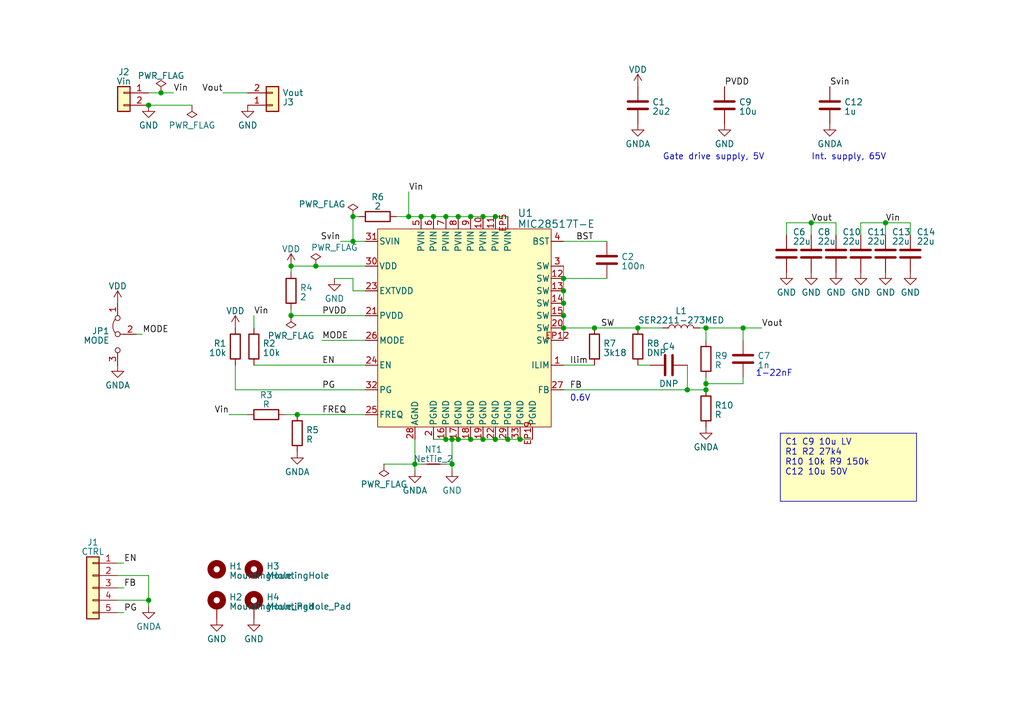
<source format=kicad_sch>
(kicad_sch (version 20230121) (generator eeschema)
  (paper "A5")
  (title_block (title "HV Buck") (date "2023-09-26") (rev "A") (company "Xavier Bourlot"))
  (lib_symbols
    (symbol "Connector_Generic:Conn_01x02" (pin_names (offset 1.016) hide)
      (property "Reference" "J" (at 0 2.54 0))
      (property "Value" "Conn_01x02" (at 0 -5.08 0))
      (symbol "Conn_01x02_1_1"
        (rectangle (start -1.27 -2.413) (end 0 -2.667) (stroke (width 0.1524)))
        (rectangle (start -1.27 0.127) (end 0 -0.127) (stroke (width 0.1524)))
        (rectangle (start -1.27 1.27) (end 1.27 -3.81) (stroke (width 0.254)) (fill (type background)))
        (pin passive line (at -5.08 0 0) (length 3.81) (name "Pin_1") (number "1"))
        (pin passive line (at -5.08 -2.54 0) (length 3.81) (name "Pin_2") (number "2"))
      )
    )
    (symbol "Connector_Generic:Conn_01x05" (pin_names (offset 1.016) hide)
      (property "Reference" "J" (at 0 7.62 0))
      (property "Value" "Conn_01x05" (at 0 -7.62 0))
      (symbol "Conn_01x05_1_1"
        (rectangle (start -1.27 -4.953) (end 0 -5.207) (stroke (width 0.1524)))
        (rectangle (start -1.27 -2.413) (end 0 -2.667) (stroke (width 0.1524)))
        (rectangle (start -1.27 0.127) (end 0 -0.127) (stroke (width 0.1524)))
        (rectangle (start -1.27 2.667) (end 0 2.413) (stroke (width 0.1524)))
        (rectangle (start -1.27 5.207) (end 0 4.953) (stroke (width 0.1524)))
        (rectangle (start -1.27 6.35) (end 1.27 -6.35) (stroke (width 0.254)) (fill (type background)))
        (pin passive line (at -5.08 5.08 0) (length 3.81) (name "Pin_1") (number "1"))
        (pin passive line (at -5.08 2.54 0) (length 3.81) (name "Pin_2") (number "2"))
        (pin passive line (at -5.08 0 0) (length 3.81) (name "Pin_3") (number "3"))
        (pin passive line (at -5.08 -2.54 0) (length 3.81) (name "Pin_4") (number "4"))
        (pin passive line (at -5.08 -5.08 0) (length 3.81) (name "Pin_5") (number "5"))
      )
    )
    (symbol "Device:C" (pin_numbers hide) (pin_names (offset 0.254))
      (property "Reference" "C" (at 0.635 2.54 0))
      (property "Value" "C" (at 0.635 -2.54 0))
      (symbol "C_0_1"
        (polyline (pts (xy -2.032 -0.762) (xy 2.032 -0.762)) (stroke (width 0.508)))
        (polyline (pts (xy -2.032 0.762) (xy 2.032 0.762)) (stroke (width 0.508)))
      )
      (symbol "C_1_1"
        (pin passive line (at 0 3.81 270) (length 2.794) (name "~") (number "1"))
        (pin passive line (at 0 -3.81 90) (length 2.794) (name "~") (number "2"))
      )
    )
    (symbol "Device:L" (pin_numbers hide) (pin_names (offset 1.016) hide)
      (property "Reference" "L" (at -1.27 0 90))
      (property "Value" "L" (at 1.905 0 90))
      (symbol "L_0_1"
        (arc (start 0 -2.54) (mid 0.6323 -1.905) (end 0 -1.27))
        (arc (start 0 -1.27) (mid 0.6323 -0.635) (end 0 0))
        (arc (start 0 0) (mid 0.6323 0.635) (end 0 1.27))
        (arc (start 0 1.27) (mid 0.6323 1.905) (end 0 2.54))
      )
      (symbol "L_1_1"
        (pin passive line (at 0 3.81 270) (length 1.27) (name "1") (number "1"))
        (pin passive line (at 0 -3.81 90) (length 1.27) (name "2") (number "2"))
      )
    )
    (symbol "Device:NetTie_2" (pin_numbers hide) (pin_names (offset 0) hide) (in_bom no)
      (property "Reference" "NT" (at 0 1.27 0))
      (property "Value" "NetTie_2" (at 0 -1.27 0))
      (symbol "NetTie_2_0_1"
        (polyline (pts (xy -1.27 0) (xy 1.27 0)) (stroke (width 0.254)))
      )
      (symbol "NetTie_2_1_1"
        (pin passive line (at -2.54 0 0) (length 2.54) (name "1") (number "1"))
        (pin passive line (at 2.54 0 180) (length 2.54) (name "2") (number "2"))
      )
    )
    (symbol "Device:R" (pin_numbers hide) (pin_names (offset 0))
      (property "Reference" "R" (at 2.032 0 90))
      (property "Value" "R" (at 0 0 90))
      (symbol "R_0_1"
        (rectangle (start -1.016 -2.54) (end 1.016 2.54) (stroke (width 0.254)))
      )
      (symbol "R_1_1"
        (pin passive line (at 0 3.81 270) (length 1.27) (name "~") (number "1"))
        (pin passive line (at 0 -3.81 90) (length 1.27) (name "~") (number "2"))
      )
    )
    (symbol "Jumper:Jumper_3_Bridged12" (pin_names (offset 0) hide)
      (property "Reference" "JP" (at -2.54 -2.54 0))
      (property "Value" "Jumper_3_Bridged12" (at 0 2.794 0))
      (symbol "Jumper_3_Bridged12_0_0"
        (circle (center -3.302 0) (radius 0.508))
        (circle (center 0 0) (radius 0.508))
        (circle (center 3.302 0) (radius 0.508))
      )
      (symbol "Jumper_3_Bridged12_0_1"
        (arc (start -0.254 0.508) (mid -1.651 0.9912) (end -3.048 0.508))
        (polyline (pts (xy 0 -1.27) (xy 0 -0.508)))
      )
      (symbol "Jumper_3_Bridged12_1_1"
        (pin passive line (at -6.35 0 0) (length 2.54) (name "A") (number "1"))
        (pin passive line (at 0 -3.81 90) (length 2.54) (name "C") (number "2"))
        (pin passive line (at 6.35 0 180) (length 2.54) (name "B") (number "3"))
      )
    )
    (symbol "Mechanical:MountingHole" (pin_names (offset 1.016))
      (property "Reference" "H" (at 0 5.08 0))
      (property "Value" "MountingHole" (at 0 3.175 0))
      (symbol "MountingHole_0_1"
        (circle (center 0 0) (radius 1.27) (stroke (width 1.27)))
      )
    )
    (symbol "Mechanical:MountingHole_Pad" (pin_numbers hide) (pin_names (offset 1.016) hide)
      (property "Reference" "H" (at 0 6.35 0))
      (property "Value" "MountingHole_Pad" (at 0 4.445 0))
      (symbol "MountingHole_Pad_0_1"
        (circle (center 0 1.27) (radius 1.27) (stroke (width 1.27)))
      )
      (symbol "MountingHole_Pad_1_1"
        (pin input line (at 0 -2.54 90) (length 2.54) (name "1") (number "1"))
      )
    )
    (symbol "_MYLIBRARY:MIC28517T-E" (pin_names (offset 0.254))
      (property "Reference" "U" (at -1.27 13.97 0))
      (property "Value" "MIC28517T-E" (at -1.27 11.43 0))
      (symbol "MIC28517T-E_0_1"
        (pin input line (at 20.32 -5.08 180) (length 2.54) (name "ILIM") (number "1"))
        (pin power_in line (at 3.81 25.4 270) (length 2.54) (name "PVIN") (number "10"))
        (pin power_in line (at 6.35 25.4 270) (length 2.54) (name "PVIN") (number "11"))
        (pin passive line (at 20.32 12.7 180) (length 2.54) (name "SW") (number "12"))
        (pin passive line (at 20.32 10.16 180) (length 2.54) (name "SW") (number "13"))
        (pin passive line (at 20.32 7.62 180) (length 2.54) (name "SW") (number "14"))
        (pin passive line (at 20.32 5.08 180) (length 2.54) (name "SW") (number "15"))
        (pin power_in line (at -3.81 -20.32 90) (length 2.54) (name "PGND") (number "16"))
        (pin power_in line (at -1.27 -20.32 90) (length 2.54) (name "PGND") (number "17"))
        (pin power_in line (at 1.27 -20.32 90) (length 2.54) (name "PGND") (number "18"))
        (pin power_in line (at 3.81 -20.32 90) (length 2.54) (name "PGND") (number "19"))
        (pin power_in line (at -6.35 -20.32 90) (length 2.54) (name "PGND") (number "2"))
        (pin passive line (at 20.32 2.54 180) (length 2.54) (name "SW") (number "20"))
        (pin power_in line (at -20.32 5.08 0) (length 2.54) (name "PVDD") (number "21"))
        (pin power_in line (at 6.35 -20.32 90) (length 2.54) (name "PGND") (number "22"))
        (pin power_in line (at -20.32 10.16 0) (length 2.54) (name "EXTVDD") (number "23"))
        (pin input line (at -20.32 -5.08 0) (length 2.54) (name "EN") (number "24"))
        (pin input line (at -20.32 -15.24 0) (length 2.54) (name "FREQ") (number "25"))
        (pin input line (at -20.32 0 0) (length 2.54) (name "MODE") (number "26"))
        (pin input line (at 20.32 -10.16 180) (length 2.54) (name "FB") (number "27"))
        (pin power_in line (at -10.16 -20.32 90) (length 2.54) (name "AGND") (number "28"))
        (pin power_in line (at 8.89 -20.32 90) (length 2.54) (name "PGND") (number "29"))
        (pin passive line (at 20.32 15.24 180) (length 2.54) (name "SW") (number "3"))
        (pin power_in line (at -20.32 20.32 0) (length 2.54) (name "SVIN") (number "31"))
        (pin output line (at -20.32 -10.16 0) (length 2.54) (name "PG") (number "32"))
        (pin power_in line (at 11.43 -20.32 90) (length 2.54) (name "PGND") (number "33"))
        (pin output line (at 20.32 20.32 180) (length 2.54) (name "BST") (number "4"))
        (pin power_in line (at -8.89 25.4 270) (length 2.54) (name "PVIN") (number "5"))
        (pin power_in line (at -6.35 25.4 270) (length 2.54) (name "PVIN") (number "6"))
        (pin power_in line (at -3.81 25.4 270) (length 2.54) (name "PVIN") (number "7"))
        (pin power_in line (at -1.27 25.4 270) (length 2.54) (name "PVIN") (number "8"))
        (pin power_in line (at 1.27 25.4 270) (length 2.54) (name "PVIN") (number "9"))
        (pin passive line (at 20.32 0 180) (length 2.54) (name "SW") (number "EP12"))
        (pin power_in line (at 13.97 -20.32 90) (length 2.54) (name "PGND") (number "EP19"))
        (pin power_in line (at 8.89 25.4 270) (length 2.54) (name "PVIN") (number "EP5"))
      )
      (symbol "MIC28517T-E_1_1"
        (rectangle (start -17.78 22.86) (end 17.78 -17.78) (fill (type background)))
        (pin power_in line (at -20.32 15.24 0) (length 2.54) (name "VDD") (number "30"))
      )
    )
    (symbol "power:GND" (power) (pin_names (offset 0))
      (property "Value" "GND" (at 0 -3.81 0))
      (symbol "GND_0_1"
        (polyline (pts (xy 0 0) (xy 0 -1.27) (xy 1.27 -1.27) (xy 0 -2.54) (xy -1.27 -1.27) (xy 0 -1.27)))
      )
      (symbol "GND_1_1"
        (pin power_in line (at 0 0 270) (length 0) hide (name "GND") (number "1"))
      )
    )
    (symbol "power:GNDA" (power) (pin_names (offset 0))
      (property "Value" "GNDA" (at 0 -3.81 0))
      (symbol "GNDA_0_1"
        (polyline (pts (xy 0 0) (xy 0 -1.27) (xy 1.27 -1.27) (xy 0 -2.54) (xy -1.27 -1.27) (xy 0 -1.27)))
      )
      (symbol "GNDA_1_1"
        (pin power_in line (at 0 0 270) (length 0) hide (name "GNDA") (number "1"))
      )
    )
    (symbol "power:PWR_FLAG" (power) (pin_numbers hide) (pin_names (offset 0) hide)
      (property "Value" "PWR_FLAG" (at 0 3.81 0))
      (symbol "PWR_FLAG_0_0"
        (pin power_out line (at 0 0 90) (length 0) (name "pwr") (number "1"))
      )
      (symbol "PWR_FLAG_0_1"
        (polyline (pts (xy 0 0) (xy 0 1.27) (xy -1.016 1.905) (xy 0 2.54) (xy 1.016 1.905) (xy 0 1.27)))
      )
    )
    (symbol "power:VDD" (power) (pin_names (offset 0))
      (property "Value" "VDD" (at 0 3.81 0))
      (symbol "VDD_0_1"
        (polyline (pts (xy -0.762 1.27) (xy 0 2.54)))
        (polyline (pts (xy 0 0) (xy 0 2.54)))
        (polyline (pts (xy 0 2.54) (xy 0.762 1.27)))
      )
      (symbol "VDD_1_1"
        (pin power_in line (at 0 0 90) (length 0) hide (name "VDD") (number "1"))
      )
    )
  )
  (junction (at 33.02 19.05))
  (junction (at 99.06 44.45))
  (junction (at 115.57 67.31))
  (junction (at 106.68 90.17))
  (junction (at 140.97 80.01))
  (junction (at 86.36 44.45))
  (junction (at 121.92 67.31))
  (junction (at 60.96 85.09))
  (junction (at 144.78 80.01))
  (junction (at 130.81 67.31))
  (junction (at 93.98 44.45))
  (junction (at 88.9 44.45))
  (junction (at 115.57 64.77))
  (junction (at 115.57 59.69))
  (junction (at 91.44 90.17))
  (junction (at 144.78 78.74))
  (junction (at 96.52 90.17))
  (junction (at 59.69 54.61))
  (junction (at 115.57 62.23))
  (junction (at 85.09 95.25))
  (junction (at 30.48 21.59))
  (junction (at 91.44 44.45))
  (junction (at 59.69 64.77))
  (junction (at 101.6 90.17))
  (junction (at 92.71 95.25))
  (junction (at 64.77 54.61))
  (junction (at 104.14 90.17))
  (junction (at 72.39 49.53))
  (junction (at 92.71 90.17))
  (junction (at 30.48 123.19))
  (junction (at 144.78 67.31))
  (junction (at 181.61 45.72))
  (junction (at 99.06 90.17))
  (junction (at 152.4 67.31))
  (junction (at 101.6 44.45))
  (junction (at 72.39 44.45))
  (junction (at 96.52 44.45))
  (junction (at 115.57 57.15))
  (junction (at 83.82 44.45))
  (junction (at 93.98 90.17))
  (junction (at 166.37 45.72))
  (wire (pts (xy 91.44 95.25) (xy 92.71 95.25)))
  (wire (pts (xy 24.13 118.11) (xy 30.48 118.11)))
  (wire (pts (xy 115.57 67.31) (xy 115.57 69.85)))
  (wire (pts (xy 85.09 95.25) (xy 86.36 95.25)))
  (wire (pts (xy 72.39 59.69) (xy 74.93 59.69)))
  (wire (pts (xy 130.81 74.93) (xy 133.35 74.93)))
  (wire (pts (xy 144.78 67.31) (xy 152.4 67.31)))
  (wire (pts (xy 156.21 67.31) (xy 152.4 67.31)))
  (wire (pts (xy 176.53 45.72) (xy 181.61 45.72)))
  (wire (pts (xy 85.09 95.25) (xy 85.09 90.17)))
  (wire (pts (xy 59.69 55.88) (xy 59.69 54.61)))
  (wire (pts (xy 144.78 69.85) (xy 144.78 67.31)))
  (wire (pts (xy 88.9 90.17) (xy 91.44 90.17)))
  (wire (pts (xy 50.8 19.05) (xy 45.72 19.05)))
  (wire (pts (xy 60.96 85.09) (xy 74.93 85.09)))
  (wire (pts (xy 99.06 44.45) (xy 101.6 44.45)))
  (wire (pts (xy 30.48 19.05) (xy 33.02 19.05)))
  (wire (pts (xy 96.52 44.45) (xy 99.06 44.45)))
  (wire (pts (xy 30.48 21.59) (xy 39.37 21.59)))
  (wire (pts (xy 30.48 118.11) (xy 30.48 123.19)))
  (wire (pts (xy 83.82 44.45) (xy 83.82 39.37)))
  (wire (pts (xy 91.44 44.45) (xy 93.98 44.45)))
  (wire (pts (xy 72.39 49.53) (xy 74.93 49.53)))
  (wire (pts (xy 52.07 74.93) (xy 74.93 74.93)))
  (wire (pts (xy 33.02 19.05) (xy 35.56 19.05)))
  (wire (pts (xy 29.21 68.58) (xy 27.94 68.58)))
  (wire (pts (xy 24.13 115.57) (xy 25.4 115.57)))
  (wire (pts (xy 115.57 62.23) (xy 115.57 64.77)))
  (wire (pts (xy 186.69 45.72) (xy 186.69 48.26)))
  (wire (pts (xy 52.07 64.77) (xy 52.07 67.31)))
  (wire (pts (xy 115.57 59.69) (xy 115.57 62.23)))
  (wire (pts (xy 115.57 64.77) (xy 115.57 67.31)))
  (wire (pts (xy 144.78 80.01) (xy 144.78 78.74)))
  (wire (pts (xy 166.37 45.72) (xy 166.37 48.26)))
  (wire (pts (xy 152.4 78.74) (xy 144.78 78.74)))
  (wire (pts (xy 115.57 57.15) (xy 124.46 57.15)))
  (wire (pts (xy 140.97 80.01) (xy 144.78 80.01)))
  (wire (pts (xy 78.74 95.25) (xy 85.09 95.25)))
  (wire (pts (xy 88.9 44.45) (xy 91.44 44.45)))
  (wire (pts (xy 66.04 69.85) (xy 74.93 69.85)))
  (wire (pts (xy 92.71 90.17) (xy 93.98 90.17)))
  (wire (pts (xy 91.44 90.17) (xy 92.71 90.17)))
  (wire (pts (xy 115.57 54.61) (xy 115.57 57.15)))
  (wire (pts (xy 81.28 44.45) (xy 83.82 44.45)))
  (wire (pts (xy 83.82 44.45) (xy 86.36 44.45)))
  (wire (pts (xy 115.57 67.31) (xy 121.92 67.31)))
  (wire (pts (xy 92.71 95.25) (xy 92.71 90.17)))
  (wire (pts (xy 48.26 80.01) (xy 74.93 80.01)))
  (wire (pts (xy 72.39 44.45) (xy 73.66 44.45)))
  (wire (pts (xy 24.13 123.19) (xy 30.48 123.19)))
  (wire (pts (xy 152.4 67.31) (xy 152.4 69.85)))
  (wire (pts (xy 96.52 90.17) (xy 99.06 90.17)))
  (wire (pts (xy 69.85 49.53) (xy 72.39 49.53)))
  (wire (pts (xy 161.29 45.72) (xy 161.29 48.26)))
  (wire (pts (xy 152.4 77.47) (xy 152.4 78.74)))
  (wire (pts (xy 24.13 125.73) (xy 25.4 125.73)))
  (wire (pts (xy 58.42 85.09) (xy 60.96 85.09)))
  (wire (pts (xy 72.39 44.45) (xy 72.39 49.53)))
  (wire (pts (xy 64.77 54.61) (xy 74.93 54.61)))
  (wire (pts (xy 72.39 57.15) (xy 72.39 59.69)))
  (wire (pts (xy 104.14 90.17) (xy 106.68 90.17)))
  (wire (pts (xy 68.58 57.15) (xy 72.39 57.15)))
  (wire (pts (xy 181.61 45.72) (xy 186.69 45.72)))
  (wire (pts (xy 93.98 44.45) (xy 96.52 44.45)))
  (wire (pts (xy 176.53 45.72) (xy 176.53 48.26)))
  (wire (pts (xy 106.68 90.17) (xy 109.22 90.17)))
  (wire (pts (xy 166.37 45.72) (xy 171.45 45.72)))
  (wire (pts (xy 101.6 44.45) (xy 104.14 44.45)))
  (wire (pts (xy 48.26 74.93) (xy 48.26 80.01)))
  (wire (pts (xy 171.45 45.72) (xy 171.45 48.26)))
  (wire (pts (xy 115.57 49.53) (xy 124.46 49.53)))
  (wire (pts (xy 115.57 57.15) (xy 115.57 59.69)))
  (wire (pts (xy 121.92 67.31) (xy 130.81 67.31)))
  (wire (pts (xy 59.69 64.77) (xy 59.69 63.5)))
  (wire (pts (xy 161.29 45.72) (xy 166.37 45.72)))
  (wire (pts (xy 115.57 74.93) (xy 121.92 74.93)))
  (wire (pts (xy 85.09 96.52) (xy 85.09 95.25)))
  (wire (pts (xy 59.69 54.61) (xy 64.77 54.61)))
  (wire (pts (xy 130.81 67.31) (xy 135.89 67.31)))
  (wire (pts (xy 99.06 90.17) (xy 101.6 90.17)))
  (wire (pts (xy 143.51 67.31) (xy 144.78 67.31)))
  (wire (pts (xy 181.61 45.72) (xy 181.61 48.26)))
  (wire (pts (xy 59.69 64.77) (xy 74.93 64.77)))
  (wire (pts (xy 101.6 90.17) (xy 104.14 90.17)))
  (wire (pts (xy 115.57 80.01) (xy 140.97 80.01)))
  (wire (pts (xy 140.97 74.93) (xy 140.97 80.01)))
  (wire (pts (xy 92.71 96.52) (xy 92.71 95.25)))
  (wire (pts (xy 30.48 123.19) (xy 30.48 124.46)))
  (wire (pts (xy 93.98 90.17) (xy 96.52 90.17)))
  (wire (pts (xy 24.13 120.65) (xy 25.4 120.65)))
  (wire (pts (xy 144.78 78.74) (xy 144.78 77.47)))
  (wire (pts (xy 46.99 85.09) (xy 50.8 85.09)))
  (wire (pts (xy 86.36 44.45) (xy 88.9 44.45)))
  (text_box "C1 C9 10u LV\nR1 R2 27k4\nR10 10k R9 150k\nC12 10u 50V" (at 160.02 88.9 0) (size 27.94 13.97) (fill (type color) (color 255 255 194 1)) (effects (font (size 1.27 1.27)) (justify left top)))
  (text "Int. supply, 65V" (at 166.37 33.02 0) (effects (font (size 1.27 1.27)) (justify left bottom)))
  (text "0.6V" (at 116.84 82.55 0) (effects (font (size 1.27 1.27)) (justify left bottom)))
  (text "1-22nF" (at 154.94 77.47 0) (effects (font (size 1.27 1.27)) (justify left bottom)))
  (text "Gate drive supply, 5V" (at 135.89 33.02 0) (effects (font (size 1.27 1.27)) (justify left bottom)))
  (label "PVDD" (at 66.04 64.77 0))
  (label "MODE" (at 29.21 68.58 0))
  (label "EN" (at 66.04 74.93 0))
  (label "Vin" (at 35.56 19.05 0))
  (label "Vin" (at 52.07 64.77 0))
  (label "Svin" (at 69.85 49.53 180))
  (label "EN" (at 25.4 115.57 0))
  (label "FB" (at 116.84 80.01 0))
  (label "Vin" (at 83.82 39.37 0))
  (label "PVDD" (at 148.59 17.78 0))
  (label "Ilim" (at 116.84 74.93 0))
  (label "PG" (at 66.04 80.01 0))
  (label "SW" (at 123.19 67.31 0))
  (label "Vout" (at 166.37 45.72 0))
  (label "MODE" (at 66.04 69.85 0))
  (label "Vin" (at 181.61 45.72 0))
  (label "Vout" (at 45.72 19.05 180))
  (label "PG" (at 25.4 125.73 0))
  (label "BST" (at 118.11 49.53 0))
  (label "Vin" (at 46.99 85.09 180))
  (label "FREQ" (at 66.04 85.09 0))
  (label "Vout" (at 156.21 67.31 0))
  (label "FB" (at 25.4 120.65 0))
  (label "Svin" (at 170.18 17.78 0))
  (symbol (lib_id "Device:C") (at 170.18 21.59 0) (unit 1)
    (property "Reference" "C12" (at 173.101 20.9463 0) (effects (justify left)))
    (property "Value" "1u" (at 173.101 22.8673 0) (effects (justify left)))
    (property "Footprint" "Capacitor_SMD:C_0805_2012Metric" (effects hide))
    (property "Voltage" "100" (effects hide))
  )
  (symbol (lib_id "power:PWR_FLAG") (at 59.69 64.77 180) (unit 1)
    (property "Reference" "#FLG06" (effects hide))
    (property "Value" "PWR_FLAG" (at 59.69 68.9055 0))
  )
  (symbol (lib_id "Device:R") (at 59.69 59.69 0) (unit 1)
    (property "Reference" "R4" (at 61.468 59.0463 0) (effects (justify left)))
    (property "Value" "2" (at 61.468 60.9673 0) (effects (justify left)))
    (property "Footprint" "Resistor_SMD:R_0805_2012Metric" (effects hide))
  )
  (symbol (lib_id "Jumper:Jumper_3_Bridged12") (at 24.13 68.58 90) (mirror x) (unit 1)
    (property "Reference" "JP1" (at 22.5039 67.9363 90) (effects (justify left)))
    (property "Value" "MODE" (at 22.5039 69.8573 90) (effects (justify left)))
    (property "Footprint" "Jumper:SolderJumper-3_P1.3mm_Bridged12_RoundedPad1.0x1.5mm" (effects hide))
  )
  (symbol (lib_id "power:PWR_FLAG") (at 33.02 19.05 0) (unit 1)
    (property "Reference" "#FLG01" (effects hide))
    (property "Value" "PWR_FLAG" (at 33.02 15.5481 0))
  )
  (symbol (lib_id "power:GND") (at 30.48 21.59 0) (unit 1)
    (property "Reference" "#PWR06" (effects hide))
    (property "Value" "GND" (at 30.48 25.7255 0))
  )
  (symbol (lib_id "Device:R") (at 60.96 88.9 0) (unit 1)
    (property "Reference" "R5" (at 62.738 88.2563 0) (effects (justify left)))
    (property "Value" "R" (at 62.738 90.1773 0) (effects (justify left)))
    (property "Footprint" "Resistor_SMD:R_0603_1608Metric" (effects hide))
  )
  (symbol (lib_id "power:GNDA") (at 30.48 124.46 0) (unit 1)
    (property "Reference" "#PWR03" (effects hide))
    (property "Value" "GNDA" (at 30.48 128.5955 0))
  )
  (symbol (lib_id "power:VDD") (at 130.81 17.78 0) (unit 1)
    (property "Reference" "#PWR012" (effects hide))
    (property "Value" "VDD" (at 130.81 14.2781 0))
  )
  (symbol (lib_id "Device:R") (at 48.26 71.12 0) (unit 1)
    (property "Reference" "R1" (at 46.4821 70.4763 0) (effects (justify right)))
    (property "Value" "10k" (at 46.4821 72.3973 0) (effects (justify right)))
    (property "Footprint" "Resistor_SMD:R_0603_1608Metric" (effects hide))
  )
  (symbol (lib_id "power:GND") (at 50.8 21.59 0) (mirror y) (unit 1)
    (property "Reference" "#PWR08" (effects hide))
    (property "Value" "GND" (at 50.8 25.7255 0))
  )
  (symbol (lib_id "Device:R") (at 130.81 71.12 0) (unit 1)
    (property "Reference" "R8" (at 132.588 70.4763 0) (effects (justify left)))
    (property "Value" "DNP" (at 132.588 72.3973 0) (effects (justify left)))
    (property "Footprint" "Resistor_SMD:R_0603_1608Metric" (effects hide))
  )
  (symbol (lib_id "Device:R") (at 52.07 71.12 0) (unit 1)
    (property "Reference" "R2" (at 53.848 70.4763 0) (effects (justify left)))
    (property "Value" "10k" (at 53.848 72.3973 0) (effects (justify left)))
    (property "Footprint" "Resistor_SMD:R_0603_1608Metric" (effects hide))
  )
  (symbol (lib_id "Device:C") (at 166.37 52.07 0) (unit 1)
    (property "Reference" "C8" (at 167.64 47.609 0) (effects (justify left)))
    (property "Value" "22u" (at 167.64 49.53 0) (effects (justify left)))
    (property "Footprint" "Capacitor_SMD:C_2220_5650Metric" (effects hide))
    (property "Voltage" "100" (effects hide))
  )
  (symbol (lib_id "Device:NetTie_2") (at 88.9 95.25 0) (unit 1) (in_bom no)
    (property "Reference" "NT1" (at 88.9 92.2401 0))
    (property "Value" "NetTie_2" (at 88.9 94.1611 0))
    (property "Footprint" "footprints:NetTie-2_SMD_Pad0.2mm" (effects hide))
  )
  (symbol (lib_id "Device:R") (at 54.61 85.09 90) (unit 1)
    (property "Reference" "R3" (at 54.61 81.0641 90))
    (property "Value" "R" (at 54.61 82.9851 90))
    (property "Footprint" "Resistor_SMD:R_0603_1608Metric" (effects hide))
  )
  (symbol (lib_id "Device:C") (at 161.29 52.07 0) (unit 1)
    (property "Reference" "C6" (at 162.56 47.609 0) (effects (justify left)))
    (property "Value" "22u" (at 162.56 49.53 0) (effects (justify left)))
    (property "Footprint" "Capacitor_SMD:C_2220_5650Metric" (effects hide))
    (property "Voltage" "100" (effects hide))
  )
  (symbol (lib_id "Device:R") (at 144.78 73.66 0) (unit 1)
    (property "Reference" "R9" (at 146.558 73.0163 0) (effects (justify left)))
    (property "Value" "R" (at 146.558 74.9373 0) (effects (justify left)))
    (property "Footprint" "Resistor_SMD:R_0603_1608Metric" (effects hide))
  )
  (symbol (lib_id "Device:R") (at 144.78 83.82 0) (unit 1)
    (property "Reference" "R10" (at 146.558 83.1763 0) (effects (justify left)))
    (property "Value" "R" (at 146.558 85.0973 0) (effects (justify left)))
    (property "Footprint" "Resistor_SMD:R_0603_1608Metric" (effects hide))
  )
  (symbol (lib_id "power:GNDA") (at 60.96 92.71 0) (unit 1)
    (property "Reference" "#PWR07" (effects hide))
    (property "Value" "GNDA" (at 60.96 96.8455 0))
  )
  (symbol (lib_id "Device:L") (at 139.7 67.31 270) (mirror x) (unit 1)
    (property "Reference" "L1" (at 139.7 63.7947 90))
    (property "Value" "SER2211-273MED" (at 139.7 65.7157 90))
    (property "Footprint" "footprints:SER2211_shielded_flatwire_L" (effects hide))
    (property "Voltage" "27u" (effects hide))
  )
  (symbol (lib_id "power:PWR_FLAG") (at 39.37 21.59 180) (unit 1)
    (property "Reference" "#FLG02" (effects hide))
    (property "Value" "PWR_FLAG" (at 39.37 25.7255 0))
  )
  (symbol (lib_id "Device:C") (at 171.45 52.07 0) (unit 1)
    (property "Reference" "C10" (at 172.72 47.609 0) (effects (justify left)))
    (property "Value" "22u" (at 172.72 49.53 0) (effects (justify left)))
    (property "Footprint" "Capacitor_SMD:C_2220_5650Metric" (effects hide))
    (property "Voltage" "100" (effects hide))
  )
  (symbol (lib_id "power:PWR_FLAG") (at 78.74 95.25 180) (unit 1)
    (property "Reference" "#FLG03" (effects hide))
    (property "Value" "PWR_FLAG" (at 78.74 99.3855 0))
  )
  (symbol (lib_id "Connector_Generic:Conn_01x02") (at 55.88 21.59 0) (mirror x) (unit 1)
    (property "Reference" "J3" (at 57.912 20.9637 0) (effects (justify left)))
    (property "Value" "Vout" (at 57.912 19.0427 0) (effects (justify left)))
    (property "Footprint" "TerminalBlock:TerminalBlock_bornier-2_P5.08mm" (effects hide))
  )
  (symbol (lib_id "Device:C") (at 176.53 52.07 0) (unit 1)
    (property "Reference" "C11" (at 177.8 47.609 0) (effects (justify left)))
    (property "Value" "22u" (at 177.8 49.53 0) (effects (justify left)))
    (property "Footprint" "Capacitor_SMD:C_2220_5650Metric" (effects hide))
    (property "Voltage" "100" (effects hide))
  )
  (symbol (lib_id "power:GND") (at 181.61 55.88 0) (unit 1)
    (property "Reference" "#PWR022" (effects hide))
    (property "Value" "GND" (at 181.61 60.0155 0))
  )
  (symbol (lib_id "power:GND") (at 148.59 25.4 0) (unit 1)
    (property "Reference" "#PWR018" (effects hide))
    (property "Value" "GND" (at 148.59 29.5355 0))
  )
  (symbol (lib_id "power:PWR_FLAG") (at 72.39 44.45 0) (unit 1)
    (property "Reference" "#FLG05" (effects hide))
    (property "Value" "PWR_FLAG" (at 66.04 41.91 0))
  )
  (symbol (lib_id "Device:R") (at 77.47 44.45 270) (unit 1)
    (property "Reference" "R6" (at 77.47 40.4241 90))
    (property "Value" "2" (at 77.47 42.3451 90))
    (property "Footprint" "Resistor_SMD:R_0805_2012Metric" (effects hide))
  )
  (symbol (lib_id "power:GND") (at 171.45 55.88 0) (unit 1)
    (property "Reference" "#PWR019" (effects hide))
    (property "Value" "GND" (at 171.45 60.0155 0))
  )
  (symbol (lib_id "Device:C") (at 181.61 52.07 0) (unit 1)
    (property "Reference" "C13" (at 182.88 47.609 0) (effects (justify left)))
    (property "Value" "22u" (at 182.88 49.53 0) (effects (justify left)))
    (property "Footprint" "Capacitor_SMD:C_2220_5650Metric" (effects hide))
    (property "Voltage" "100" (effects hide))
  )
  (symbol (lib_id "power:GND") (at 166.37 55.88 0) (unit 1)
    (property "Reference" "#PWR017" (effects hide))
    (property "Value" "GND" (at 166.37 60.0155 0))
  )
  (symbol (lib_id "power:VDD") (at 24.13 62.23 0) (unit 1)
    (property "Reference" "#PWR01" (effects hide))
    (property "Value" "VDD" (at 24.13 58.7281 0))
  )
  (symbol (lib_id "Mechanical:MountingHole") (at 52.07 116.84 0) (unit 1)
    (property "Reference" "H3" (at 54.61 116.1963 0) (effects (justify left)))
    (property "Value" "MountingHole" (at 54.61 118.1173 0) (effects (justify left)))
    (property "Footprint" "MountingHole:MountingHole_4.3mm_M4" (effects hide))
  )
  (symbol (lib_id "power:GND") (at 92.71 96.52 0) (unit 1)
    (property "Reference" "#PWR010" (effects hide))
    (property "Value" "GND" (at 92.71 100.6555 0))
  )
  (symbol (lib_id "power:GND") (at 52.07 127 0) (unit 1)
    (property "Reference" "#PWR027" (effects hide))
    (property "Value" "GND" (at 52.07 131.1355 0))
  )
  (symbol (lib_id "power:VDD") (at 48.26 67.31 0) (unit 1)
    (property "Reference" "#PWR04" (effects hide))
    (property "Value" "VDD" (at 48.26 63.8081 0))
  )
  (symbol (lib_id "power:GNDA") (at 144.78 87.63 0) (unit 1)
    (property "Reference" "#PWR014" (effects hide))
    (property "Value" "GNDA" (at 144.78 91.7655 0))
  )
  (symbol (lib_id "power:GND") (at 68.58 57.15 0) (unit 1)
    (property "Reference" "#PWR025" (effects hide))
    (property "Value" "GND" (at 68.58 61.2855 0))
  )
  (symbol (lib_id "power:GNDA") (at 24.13 74.93 0) (unit 1)
    (property "Reference" "#PWR02" (effects hide))
    (property "Value" "GNDA" (at 24.13 79.0655 0))
  )
  (symbol (lib_id "power:VDD") (at 59.69 54.61 0) (unit 1)
    (property "Reference" "#PWR05" (effects hide))
    (property "Value" "VDD" (at 59.69 51.1081 0))
  )
  (symbol (lib_id "Device:C") (at 137.16 74.93 90) (unit 1)
    (property "Reference" "C4" (at 137.16 71.12 90))
    (property "Value" "DNP" (at 137.16 78.74 90))
    (property "Footprint" "Capacitor_SMD:C_0603_1608Metric" (effects hide))
    (property "Voltage" "100" (effects hide))
  )
  (symbol (lib_id "power:GND") (at 186.69 55.88 0) (unit 1)
    (property "Reference" "#PWR023" (effects hide))
    (property "Value" "GND" (at 186.69 60.0155 0))
  )
  (symbol (lib_id "power:GNDA") (at 170.18 25.4 0) (unit 1)
    (property "Reference" "#PWR021" (effects hide))
    (property "Value" "GNDA" (at 170.18 29.5355 0))
  )
  (symbol (lib_id "power:GND") (at 176.53 55.88 0) (unit 1)
    (property "Reference" "#PWR020" (effects hide))
    (property "Value" "GND" (at 176.53 60.0155 0))
  )
  (symbol (lib_id "Mechanical:MountingHole_Pad") (at 44.45 124.46 0) (unit 1)
    (property "Reference" "H2" (at 46.99 122.5463 0) (effects (justify left)))
    (property "Value" "MountingHole_Pad" (at 46.99 124.4673 0) (effects (justify left)))
    (property "Footprint" "MountingHole:MountingHole_4.3mm_M4_Pad_Via" (effects hide))
  )
  (symbol (lib_id "Mechanical:MountingHole_Pad") (at 52.07 124.46 0) (unit 1)
    (property "Reference" "H4" (at 54.61 122.5463 0) (effects (justify left)))
    (property "Value" "MountingHole_Pad" (at 54.61 124.4673 0) (effects (justify left)))
    (property "Footprint" "MountingHole:MountingHole_4.3mm_M4_Pad_Via" (effects hide))
  )
  (symbol (lib_id "power:GNDA") (at 130.81 25.4 0) (unit 1)
    (property "Reference" "#PWR011" (effects hide))
    (property "Value" "GNDA" (at 130.81 29.5355 0))
  )
  (symbol (lib_id "Device:C") (at 152.4 73.66 0) (unit 1)
    (property "Reference" "C7" (at 155.321 73.0163 0) (effects (justify left)))
    (property "Value" "1n" (at 155.321 74.9373 0) (effects (justify left)))
    (property "Footprint" "Capacitor_SMD:C_0603_1608Metric" (effects hide))
    (property "Voltage" "100" (effects hide))
  )
  (symbol (lib_id "_MYLIBRARY:MIC28517T-E") (at 95.25 69.85 0) (unit 1)
    (property "Reference" "U1" (at 106.0959 43.7339 0) (effects (font (size 1.524 1.524)) (justify left)))
    (property "Value" "MIC28517T-E" (at 106.0959 45.9881 0) (effects (font (size 1.524 1.524)) (justify left)))
    (property "Footprint" "footprints:MIC28517_VQFN32_EP_Lversion" (effects hide))
  )
  (symbol (lib_id "Device:C") (at 148.59 21.59 0) (unit 1)
    (property "Reference" "C9" (at 151.511 20.9463 0) (effects (justify left)))
    (property "Value" "10u" (at 151.511 22.8673 0) (effects (justify left)))
    (property "Footprint" "Capacitor_SMD:C_0805_2012Metric" (effects hide))
    (property "Voltage" "10" (effects hide))
  )
  (symbol (lib_id "Device:C") (at 186.69 52.07 0) (unit 1)
    (property "Reference" "C14" (at 187.96 47.609 0) (effects (justify left)))
    (property "Value" "22u" (at 187.96 49.53 0) (effects (justify left)))
    (property "Footprint" "Capacitor_SMD:C_2220_5650Metric" (effects hide))
    (property "Voltage" "100" (effects hide))
  )
  (symbol (lib_id "power:GND") (at 44.45 127 0) (unit 1)
    (property "Reference" "#PWR026" (effects hide))
    (property "Value" "GND" (at 44.45 131.1355 0))
  )
  (symbol (lib_id "Mechanical:MountingHole") (at 44.45 116.84 0) (unit 1)
    (property "Reference" "H1" (at 46.99 116.1963 0) (effects (justify left)))
    (property "Value" "MountingHole" (at 46.99 118.1173 0) (effects (justify left)))
    (property "Footprint" "MountingHole:MountingHole_4.3mm_M4" (effects hide))
  )
  (symbol (lib_id "Device:C") (at 130.81 21.59 0) (unit 1)
    (property "Reference" "C1" (at 133.731 20.9463 0) (effects (justify left)))
    (property "Value" "2u2" (at 133.731 22.8673 0) (effects (justify left)))
    (property "Footprint" "Capacitor_SMD:C_0805_2012Metric" (effects hide))
    (property "Voltage" "10" (effects hide))
  )
  (symbol (lib_id "Connector_Generic:Conn_01x02") (at 25.4 19.05 0) (mirror y) (unit 1)
    (property "Reference" "J2" (at 25.4 14.7701 0))
    (property "Value" "Vin" (at 25.4 16.6911 0))
    (property "Footprint" "TerminalBlock:TerminalBlock_bornier-2_P5.08mm" (effects hide))
  )
  (symbol (lib_id "power:GNDA") (at 85.09 96.52 0) (unit 1)
    (property "Reference" "#PWR09" (effects hide))
    (property "Value" "GNDA" (at 85.09 100.6555 0))
  )
  (symbol (lib_id "power:PWR_FLAG") (at 64.77 54.61 0) (unit 1)
    (property "Reference" "#FLG04" (effects hide))
    (property "Value" "PWR_FLAG" (at 68.58 50.8 0))
  )
  (symbol (lib_id "Device:R") (at 121.92 71.12 0) (unit 1)
    (property "Reference" "R7" (at 123.698 70.4763 0) (effects (justify left)))
    (property "Value" "3k18" (at 123.698 72.3973 0) (effects (justify left)))
    (property "Footprint" "Resistor_SMD:R_0603_1608Metric" (effects hide))
  )
  (symbol (lib_id "Connector_Generic:Conn_01x05") (at 19.05 120.65 0) (mirror y) (unit 1)
    (property "Reference" "J1" (at 19.05 111.2901 0))
    (property "Value" "CTRL" (at 19.05 113.2111 0))
    (property "Footprint" "Connector_PinSocket_2.54mm:PinSocket_1x05_P2.54mm_Horizontal" (effects hide))
  )
  (symbol (lib_id "power:GND") (at 161.29 55.88 0) (unit 1)
    (property "Reference" "#PWR016" (effects hide))
    (property "Value" "GND" (at 161.29 60.0155 0))
  )
  (symbol (lib_id "Device:C") (at 124.46 53.34 0) (unit 1)
    (property "Reference" "C2" (at 127.381 52.6963 0) (effects (justify left)))
    (property "Value" "100n" (at 127.381 54.6173 0) (effects (justify left)))
    (property "Footprint" "Capacitor_SMD:C_0603_1608Metric" (effects hide))
    (property "Voltage" "100" (effects hide))
  )
)
</source>
